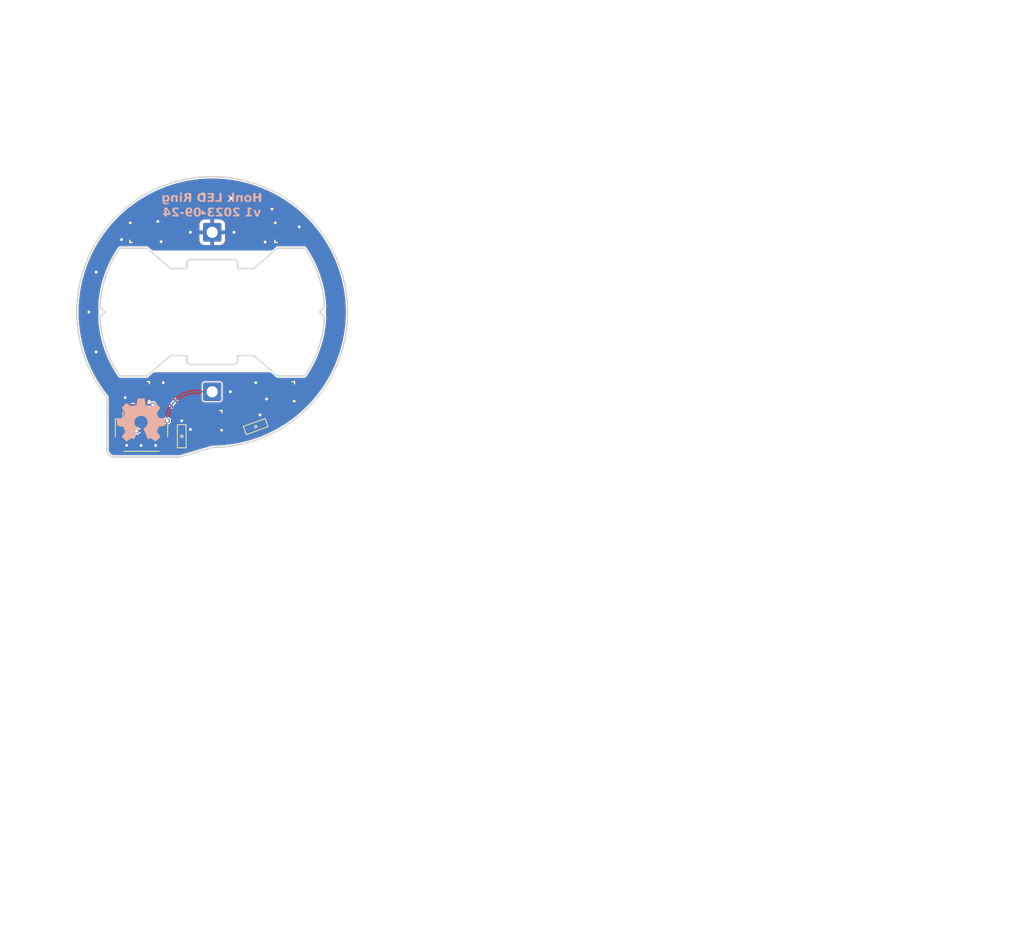
<source format=kicad_pcb>
(kicad_pcb (version 20221018) (generator pcbnew)
  (title_block (title "Honk LED Ring") (date "2023-09-24") (rev "v1") (company "Winterbloom") (comment 1 "Alethea Flowers") (comment 2 "CERN-OHL-P v2") (comment 3 "honk2.wntr.dev"))
  (layers (0 "F.Cu" signal) (31 "B.Cu" signal) (34 "B.Paste" user) (35 "F.Paste" user) (36 "B.SilkS" user "B.Silkscreen") (37 "F.SilkS" user "F.Silkscreen") (38 "B.Mask" user) (39 "F.Mask" user) (44 "Edge.Cuts" user))
  (net 0 "")
  (net 1 "GND")
  (net 2 "Net-(D1-CKO)")
  (net 3 "Net-(D1-SDO)")
  (net 4 "+3V3")
  (net 5 "Net-(D2-CKO)")
  (net 6 "Net-(D2-SDO)")
  (net 7 "Net-(D3-CKO)")
  (net 8 "Net-(D3-SDO)")
  (net 9 "Net-(D4-CKO)")
  (net 10 "Net-(D4-SDO)")
  (net 11 "Net-(D1-CKI)")
  (net 12 "Net-(D1-SDI)")
  (net 15 "/BUTTON_DOTSTAR_DATA")
  (net 16 "/BUTTON_DOTSTAR_CLK")
  (net 17 "/BIG_BUTTON")
  (footprint "winterbloom:LED-APA102-2020" (layer "F.Cu") (at 46 91.000017 180)
    (fp_text reference "D6" hide)
    (fp_text value "APA102-2020")
    (fp_line (start -1.35 1.1) (end -1.35 1.4) (stroke (width 0.2)) (layer "F.SilkS"))
    (fp_line (start -1.35 1.4) (end -1.05 1.4) (stroke (width 0.2)) (layer "F.SilkS"))
    (fp_circle (center -1.3 -1.3) (end -1.158579 -1.3) (stroke (width 0.12)) (fill solid) (layer "F.SilkS"))
    (pad "1" smd rect (at -0.75 -0.87 180) (size 0.7 0.55) (layers "F.Cu" "F.Paste" "F.Mask") (net 4 "+3V3"))
    (pad "1" smd rect (at 0 -0.795 180) (size 0.3 0.7) (layers "F.Cu" "F.Paste" "F.Mask") (net 4 "+3V3"))
    (pad "2" smd rect (at -0.75 0 180) (size 0.7 0.55) (layers "F.Cu" "F.Paste" "F.Mask") (net 11 "Net-(D1-CKI)"))
    (pad "3" smd rect (at -0.75 0.87 180) (size 0.7 0.55) (layers "F.Cu" "F.Paste" "F.Mask") (net 12 "Net-(D1-SDI)"))
    (pad "4" smd rect (at 0.75 0.87 180) (size 0.7 0.55) (layers "F.Cu" "F.Paste" "F.Mask") (net 15 "/BUTTON_DOTSTAR_DATA"))
    (pad "5" smd rect (at 0.75 0 180) (size 0.7 0.55) (layers "F.Cu" "F.Paste" "F.Mask") (net 16 "/BUTTON_DOTSTAR_CLK"))
    (pad "6" smd rect (at 0 0.795 180) (size 0.3 0.7) (layers "F.Cu" "F.Paste" "F.Mask") (net 1 "GND"))
    (pad "6" smd rect (at 0.75 -0.87 180) (size 0.7 0.55) (layers "F.Cu" "F.Paste" "F.Mask") (net 1 "GND"))
  )
  (footprint "winterbloom:LED-APA102-2020" (layer "F.Cu") (at 56 65.000017)
    (fp_text reference "D4" hide)
    (fp_text value "APA102-2020")
    (fp_line (start -1.35 1.1) (end -1.35 1.4) (stroke (width 0.2)) (layer "F.SilkS"))
    (fp_line (start -1.35 1.4) (end -1.05 1.4) (stroke (width 0.2)) (layer "F.SilkS"))
    (fp_circle (center -1.3 -1.3) (end -1.158579 -1.3) (stroke (width 0.12)) (fill solid) (layer "F.SilkS"))
    (pad "1" smd rect (at -0.75 -0.87) (size 0.7 0.55) (layers "F.Cu" "F.Paste" "F.Mask") (net 4 "+3V3"))
    (pad "1" smd rect (at 0 -0.795) (size 0.3 0.7) (layers "F.Cu" "F.Paste" "F.Mask") (net 4 "+3V3"))
    (pad "2" smd rect (at -0.75 0) (size 0.7 0.55) (layers "F.Cu" "F.Paste" "F.Mask") (net 9 "Net-(D4-CKO)"))
    (pad "3" smd rect (at -0.75 0.87) (size 0.7 0.55) (layers "F.Cu" "F.Paste" "F.Mask") (net 10 "Net-(D4-SDO)"))
    (pad "4" smd rect (at 0.75 0.87) (size 0.7 0.55) (layers "F.Cu" "F.Paste" "F.Mask") (net 8 "Net-(D3-SDO)"))
    (pad "5" smd rect (at 0.75 0) (size 0.7 0.55) (layers "F.Cu" "F.Paste" "F.Mask") (net 7 "Net-(D3-CKO)"))
    (pad "6" smd rect (at 0 0.795) (size 0.3 0.7) (layers "F.Cu" "F.Paste" "F.Mask") (net 1 "GND"))
    (pad "6" smd rect (at 0.75 -0.87) (size 0.7 0.55) (layers "F.Cu" "F.Paste" "F.Mask") (net 1 "GND"))
  )
  (footprint "winterbloom:LED-APA102-2020" (layer "F.Cu") (at 56 95.000017 180)
    (fp_text reference "D1" hide)
    (fp_text value "APA102-2020")
    (fp_line (start -1.35 1.1) (end -1.35 1.4) (stroke (width 0.2)) (layer "F.SilkS"))
    (fp_line (start -1.35 1.4) (end -1.05 1.4) (stroke (width 0.2)) (layer "F.SilkS"))
    (fp_circle (center -1.3 -1.3) (end -1.158579 -1.3) (stroke (width 0.12)) (fill solid) (layer "F.SilkS"))
    (pad "1" smd rect (at -0.75 -0.87 180) (size 0.7 0.55) (layers "F.Cu" "F.Paste" "F.Mask") (net 4 "+3V3"))
    (pad "1" smd rect (at 0 -0.795 180) (size 0.3 0.7) (layers "F.Cu" "F.Paste" "F.Mask") (net 4 "+3V3"))
    (pad "2" smd rect (at -0.75 0 180) (size 0.7 0.55) (layers "F.Cu" "F.Paste" "F.Mask") (net 2 "Net-(D1-CKO)"))
    (pad "3" smd rect (at -0.75 0.87 180) (size 0.7 0.55) (layers "F.Cu" "F.Paste" "F.Mask") (net 3 "Net-(D1-SDO)"))
    (pad "4" smd rect (at 0.75 0.87 180) (size 0.7 0.55) (layers "F.Cu" "F.Paste" "F.Mask") (net 12 "Net-(D1-SDI)"))
    (pad "5" smd rect (at 0.75 0 180) (size 0.7 0.55) (layers "F.Cu" "F.Paste" "F.Mask") (net 11 "Net-(D1-CKI)"))
    (pad "6" smd rect (at 0 0.795 180) (size 0.3 0.7) (layers "F.Cu" "F.Paste" "F.Mask") (net 1 "GND"))
    (pad "6" smd rect (at 0.75 -0.87 180) (size 0.7 0.55) (layers "F.Cu" "F.Paste" "F.Mask") (net 1 "GND"))
  )
  (footprint "Connector_Wire:SolderWire-0.75sqmm_1x01_D1.25mm_OD2.3mm" (layer "F.Cu") (at 56 69.000017)
    (fp_text reference "J3" hide)
    (fp_text value "BUTTON")
    (pad "1" thru_hole roundrect (at 0 0) (size 2.55 2.55) (drill 1.55) (layers "*.Cu" "*.Mask") (roundrect_rratio 0.09803882353) (net 1 "GND"))
  )
  (footprint "winterbloom:LED-APA102-2020" (layer "F.Cu") (at 66 91.000017 180)
    (fp_text reference "D2" hide)
    (fp_text value "APA102-2020")
    (fp_line (start -1.35 1.1) (end -1.35 1.4) (stroke (width 0.2)) (layer "F.SilkS"))
    (fp_line (start -1.35 1.4) (end -1.05 1.4) (stroke (width 0.2)) (layer "F.SilkS"))
    (fp_circle (center -1.3 -1.3) (end -1.158579 -1.3) (stroke (width 0.12)) (fill solid) (layer "F.SilkS"))
    (pad "1" smd rect (at -0.75 -0.87 180) (size 0.7 0.55) (layers "F.Cu" "F.Paste" "F.Mask") (net 4 "+3V3"))
    (pad "1" smd rect (at 0 -0.795 180) (size 0.3 0.7) (layers "F.Cu" "F.Paste" "F.Mask") (net 4 "+3V3"))
    (pad "2" smd rect (at -0.75 0 180) (size 0.7 0.55) (layers "F.Cu" "F.Paste" "F.Mask") (net 5 "Net-(D2-CKO)"))
    (pad "3" smd rect (at -0.75 0.87 180) (size 0.7 0.55) (layers "F.Cu" "F.Paste" "F.Mask") (net 6 "Net-(D2-SDO)"))
    (pad "4" smd rect (at 0.75 0.87 180) (size 0.7 0.55) (layers "F.Cu" "F.Paste" "F.Mask") (net 3 "Net-(D1-SDO)"))
    (pad "5" smd rect (at 0.75 0 180) (size 0.7 0.55) (layers "F.Cu" "F.Paste" "F.Mask") (net 2 "Net-(D1-CKO)"))
    (pad "6" smd rect (at 0 0.795 180) (size 0.3 0.7) (layers "F.Cu" "F.Paste" "F.Mask") (net 1 "GND"))
    (pad "6" smd rect (at 0.75 -0.87 180) (size 0.7 0.55) (layers "F.Cu" "F.Paste" "F.Mask") (net 1 "GND"))
  )
  (footprint "winterbloom:LED-APA102-2020" (layer "F.Cu") (at 66 69.000017)
    (fp_text reference "D3" hide)
    (fp_text value "APA102-2020")
    (fp_line (start -1.35 1.1) (end -1.35 1.4) (stroke (width 0.2)) (layer "F.SilkS"))
    (fp_line (start -1.35 1.4) (end -1.05 1.4) (stroke (width 0.2)) (layer "F.SilkS"))
    (fp_circle (center -1.3 -1.3) (end -1.158579 -1.3) (stroke (width 0.12)) (fill solid) (layer "F.SilkS"))
    (pad "1" smd rect (at -0.75 -0.87) (size 0.7 0.55) (layers "F.Cu" "F.Paste" "F.Mask") (net 4 "+3V3"))
    (pad "1" smd rect (at 0 -0.795) (size 0.3 0.7) (layers "F.Cu" "F.Paste" "F.Mask") (net 4 "+3V3"))
    (pad "2" smd rect (at -0.75 0) (size 0.7 0.55) (layers "F.Cu" "F.Paste" "F.Mask") (net 7 "Net-(D3-CKO)"))
    (pad "3" smd rect (at -0.75 0.87) (size 0.7 0.55) (layers "F.Cu" "F.Paste" "F.Mask") (net 8 "Net-(D3-SDO)"))
    (pad "4" smd rect (at 0.75 0.87) (size 0.7 0.55) (layers "F.Cu" "F.Paste" "F.Mask") (net 6 "Net-(D2-SDO)"))
    (pad "5" smd rect (at 0.75 0) (size 0.7 0.55) (layers "F.Cu" "F.Paste" "F.Mask") (net 5 "Net-(D2-CKO)"))
    (pad "6" smd rect (at 0 0.795) (size 0.3 0.7) (layers "F.Cu" "F.Paste" "F.Mask") (net 1 "GND"))
    (pad "6" smd rect (at 0.75 -0.87) (size 0.7 0.55) (layers "F.Cu" "F.Paste" "F.Mask") (net 1 "GND"))
  )
  (footprint "Connector_JST:JST_SH_SM05B-SRSS-TB_1x05-1MP_P1.00mm_Horizontal" (layer "F.Cu") (at 46.25 96.525017)
    (fp_text reference "J1" hide)
    (fp_text value "Big button" hide)
    (fp_line (start -3.61 -1.785) (end -2.56 -1.785) (stroke (width 0.12)) (layer "F.SilkS"))
    (fp_line (start -3.61 0.715) (end -3.61 -1.785) (stroke (width 0.12)) (layer "F.SilkS"))
    (fp_line (start -2.56 -1.785) (end -2.56 -2.775) (stroke (width 0.12)) (layer "F.SilkS"))
    (fp_line (start -2.44 2.685) (end 2.44 2.685) (stroke (width 0.12)) (layer "F.SilkS"))
    (fp_line (start 3.61 -1.785) (end 2.56 -1.785) (stroke (width 0.12)) (layer "F.SilkS"))
    (fp_line (start 3.61 0.715) (end 3.61 -1.785) (stroke (width 0.12)) (layer "F.SilkS"))
    (pad "1" smd roundrect (at -2 -2) (size 0.6 1.55) (layers "F.Cu" "F.Paste" "F.Mask") (net 4 "+3V3"))
    (pad "2" smd roundrect (at -1 -2) (size 0.6 1.55) (layers "F.Cu" "F.Paste" "F.Mask") (net 15 "/BUTTON_DOTSTAR_DATA"))
    (pad "3" smd roundrect (at 0 -2) (size 0.6 1.55) (layers "F.Cu" "F.Paste" "F.Mask") (net 16 "/BUTTON_DOTSTAR_CLK"))
    (pad "4" smd roundrect (at 1 -2) (size 0.6 1.55) (layers "F.Cu" "F.Paste" "F.Mask") (net 17 "/BIG_BUTTON"))
    (pad "5" smd roundrect (at 2 -2) (size 0.6 1.55) (layers "F.Cu" "F.Paste" "F.Mask") (net 1 "GND"))
    (pad "MP" smd roundrect (at -3.3 1.875) (size 1.2 1.8) (layers "F.Cu" "F.Paste" "F.Mask") (roundrect_rratio 0.2083333333) (net 1 "GND"))
    (pad "MP" smd roundrect (at 3.3 1.875) (size 1.2 1.8) (layers "F.Cu" "F.Paste" "F.Mask") (roundrect_rratio 0.2083333333) (net 1 "GND"))
  )
  (footprint "winterbloom:C_0603_HandSolder" (layer "F.Cu") (at 62 95.800017 20)
    (fp_text reference "C2" hide)
    (fp_text value "100n")
    (fp_line (start -0.1 0) (end -0.2 0) (stroke (width 0.12)) (layer "F.SilkS"))
    (fp_line (start -0.1 0.2) (end -0.1 -0.2) (stroke (width 0.12)) (layer "F.SilkS"))
    (fp_line (start 0.1 -0.2) (end 0.1 0.2) (stroke (width 0.12)) (layer "F.SilkS"))
    (fp_line (start 0.1 0) (end 0.2 0) (stroke (width 0.12)) (layer "F.SilkS"))
    (fp_rect (start -1.6 -0.6) (end 1.6 0.6) (stroke (width 0.12)) (fill none) (layer "F.SilkS"))
    (pad "1" smd roundrect (at -0.8625 0 20) (size 1.075 0.95) (layers "F.Cu" "F.Paste" "F.Mask") (net 4 "+3V3"))
    (pad "2" smd roundrect (at 0.8625 0 20) (size 1.075 0.95) (layers "F.Cu" "F.Paste" "F.Mask") (net 1 "GND"))
  )
  (footprint "winterbloom:LED-APA102-2020" (layer "F.Cu") (at 46 69.000017)
    (fp_text reference "D5" hide)
    (fp_text value "APA102-2020")
    (fp_line (start -1.35 1.1) (end -1.35 1.4) (stroke (width 0.2)) (layer "F.SilkS"))
    (fp_line (start -1.35 1.4) (end -1.05 1.4) (stroke (width 0.2)) (layer "F.SilkS"))
    (fp_circle (center -1.3 -1.3) (end -1.158579 -1.3) (stroke (width 0.12)) (fill solid) (layer "F.SilkS"))
    (pad "1" smd rect (at -0.75 -0.87) (size 0.7 0.55) (layers "F.Cu" "F.Paste" "F.Mask") (net 4 "+3V3"))
    (pad "1" smd rect (at 0 -0.795) (size 0.3 0.7) (layers "F.Cu" "F.Paste" "F.Mask") (net 4 "+3V3"))
    (pad "2" smd rect (at -0.75 0) (size 0.7 0.55) (layers "F.Cu" "F.Paste" "F.Mask"))
    (pad "3" smd rect (at -0.75 0.87) (size 0.7 0.55) (layers "F.Cu" "F.Paste" "F.Mask"))
    (pad "4" smd rect (at 0.75 0.87) (size 0.7 0.55) (layers "F.Cu" "F.Paste" "F.Mask") (net 10 "Net-(D4-SDO)"))
    (pad "5" smd rect (at 0.75 0) (size 0.7 0.55) (layers "F.Cu" "F.Paste" "F.Mask") (net 9 "Net-(D4-CKO)"))
    (pad "6" smd rect (at 0 0.795) (size 0.3 0.7) (layers "F.Cu" "F.Paste" "F.Mask") (net 1 "GND"))
    (pad "6" smd rect (at 0.75 -0.87) (size 0.7 0.55) (layers "F.Cu" "F.Paste" "F.Mask") (net 1 "GND"))
  )
  (footprint "winterbloom:C_0603_HandSolder" (layer "F.Cu") (at 51.8 97.137517 90)
    (fp_text reference "C1" hide)
    (fp_text value "10u")
    (fp_line (start -0.1 0) (end -0.2 0) (stroke (width 0.12)) (layer "F.SilkS"))
    (fp_line (start -0.1 0.2) (end -0.1 -0.2) (stroke (width 0.12)) (layer "F.SilkS"))
    (fp_line (start 0.1 -0.2) (end 0.1 0.2) (stroke (width 0.12)) (layer "F.SilkS"))
    (fp_line (start 0.1 0) (end 0.2 0) (stroke (width 0.12)) (layer "F.SilkS"))
    (fp_rect (start -1.6 -0.6) (end 1.6 0.6) (stroke (width 0.12)) (fill none) (layer "F.SilkS"))
    (pad "1" smd roundrect (at -0.8625 0 90) (size 1.075 0.95) (layers "F.Cu" "F.Paste" "F.Mask") (net 4 "+3V3"))
    (pad "2" smd roundrect (at 0.8625 0 90) (size 1.075 0.95) (layers "F.Cu" "F.Paste" "F.Mask") (net 1 "GND"))
  )
  (footprint "Connector_Wire:SolderWire-0.75sqmm_1x01_D1.25mm_OD2.3mm" (layer "F.Cu") (at 56 91.000017)
    (fp_text reference "J2" hide)
    (fp_text value "BUTTON")
    (pad "1" thru_hole roundrect (at 0 0) (size 2.55 2.55) (drill 1.55) (layers "*.Cu" "*.Mask") (roundrect_rratio 0.09803882353) (net 17 "/BIG_BUTTON"))
  )
  (footprint "Symbol:OSHW-Symbol_6.7x6mm_SilkScreen" (layer "B.Cu") (at 46.2 94.900017 180)
    (fp_text reference "REF**" hide)
    (fp_text value "OSHW-Symbol_6.7x6mm_SilkScreen" hide)
    (fp_poly (pts (xy 0.555814 2.531069) (xy 0.639635 2.086445) (xy 0.94892 1.958947) (xy 1.258206 1.831449) (xy 1.629246 2.083754) (xy 1.733157 2.154004) (xy 1.827087 2.216728) (xy 1.906652 2.269062) (xy 1.96747 2.308143) (xy 2.005157 2.331107) (xy 2.015421 2.336058) (xy 2.03391 2.323324) (xy 2.07342 2.288118) (xy 2.129522 2.234938) (xy 2.197787 2.168282) (xy 2.273786 2.092646) (xy 2.353092 2.012528) (xy 2.431275 1.932426) (xy 2.503907 1.856836) (xy 2.566559 1.790255) (xy 2.614803 1.737182) (xy 2.64421 1.702113) (xy 2.651241 1.690377) (xy 2.641123 1.66874) (xy 2.612759 1.621338) (xy 2.569129 1.552807) (xy 2.513218 1.467785) (xy 2.448006 1.370907) (xy 2.410219 1.31565) (xy 2.341343 1.214752) (xy 2.28014 1.123701) (xy 2.229578 1.04703) (xy 2.192628 0.989272) (xy 2.172258 0.954957) (xy 2.169197 0.947746) (xy 2.176136 0.927252) (xy 2.195051 0.879487) (xy 2.223087 0.811168) (xy 2.257391 0.729011) (xy 2.295109 0.63973) (xy 2.333387 0.550042) (xy 2.36937 0.466662) (xy 2.400206 0.396306) (xy 2.423039 0.34569) (xy 2.435017 0.321529) (xy 2.435724 0.320578) (xy 2.454531 0.315964) (xy 2.504618 0.305672) (xy 2.580793 0.290713) (xy 2.677865 0.272099) (xy 2.790643 0.250841) (xy 2.856442 0.238582) (xy 2.97695 0.215638) (xy 3.085797 0.193805) (xy 3.177476 0.174278) (xy 3.246481 0.158252) (xy 3.287304 0.146921) (xy 3.295511 0.143326) (xy 3.303548 0.118994) (xy 3.310033 0.064041) (xy 3.31497 -0.015108) (xy 3.318364 -0.112026) (xy 3.320218 -0.220287) (xy 3.320538 -0.333465) (xy 3.319327 -0.445135) (xy 3.31659 -0.548868) (xy 3.312331 -0.638241) (xy 3.306555 -0.706826) (xy 3.299267 -0.748197) (xy 3.294895 -0.75681) (xy 3.268764 -0.767133) (xy 3.213393 -0.781892) (xy 3.136107 -0.799352) (xy 3.04423 -0.81778) (xy 3.012158 -0.823741) (xy 2.857524 -0.852066) (xy 2.735375 -0.874876) (xy 2.641673 -0.89308) (xy 2.572384 -0.907583) (xy 2.523471 -0.919292) (xy 2.490897 -0.929115) (xy 2.470628 -0.937956) (xy 2.458626 -0.946724) (xy 2.456947 -0.948457) (xy 2.440184 -0.976371) (xy 2.414614 -1.030695) (xy 2.382788 -1.104777) (xy 2.34726 -1.191965) (xy 2.310583 -1.285608) (xy 2.275311 -1.379052) (xy 2.243996 -1.465647) (xy 2.219193 -1.53874) (xy 2.203454 -1.591678) (xy 2.199332 -1.617811) (xy 2.199676 -1.618726) (xy 2.213641 -1.640086) (xy 2.245322 -1.687084) (xy 2.291391 -1.754827) (xy 2.348518 -1.838423) (xy 2.413373 -1.932982) (xy 2.431843 -1.959854) (xy 2.497699 -2.057275) (xy 2.55565 -2.146163) (xy 2.602538 -2.221412) (xy 2.635207 -2.27792) (xy 2.6505 -2.310581) (xy 2.651241 -2.314593) (xy 2.638392 -2.335684) (xy 2.602888 -2.377464) (xy 2.549293 -2.435445) (xy 2.482171 -2.505135) (xy 2.406087 -2.582045) (xy 2.325604 -2.661683) (xy 2.245287 -2.739561) (xy 2.169699 -2.811186) (xy 2.103405 -2.87207) (xy 2.050969 -2.917721) (xy 2.016955 -2.94365) (xy 2.007545 -2.947883) (xy 1.985643 -2.937912) (xy 1.9408 -2.91102) (xy 1.880321 -2.871736) (xy 1.833789 -2.840117) (xy 1.749475 -2.782098) (xy 1.649626 -2.713784) (xy 1.549473 -2.645579) (xy 1.495627 -2.609075) (xy 1.313371 -2.4858) (xy 1.160381 -2.56852) (xy 1.090682 -2.604759) (xy 1.031414 -2.632926) (xy 0.991311 -2.648991) (xy 0.981103 -2.651226) (xy 0.968829 -2.634722) (xy 0.944613 -2.588082) (xy 0.910263 -2.515609) (xy 0.867588 -2.421606) (xy 0.818394 -2.310374) (xy 0.76449 -2.186215) (xy 0.707684 -2.053432) (xy 0.649782 -1.916327) (xy 0.592593 -1.779202) (xy 0.537924 -1.646358) (xy 0.487584 -1.522098) (xy 0.44338 -1.410725) (xy 0.407119 -1.316539) (xy 0.380609 -1.243844) (xy 0.365658 -1.196941) (xy 0.363254 -1.180833) (xy 0.382311 -1.160286) (xy 0.424036 -1.126933) (xy 0.479706 -1.087702) (xy 0.484378 -1.084599) (xy 0.628264 -0.969423) (xy 0.744283 -0.835053) (xy 0.83143 -0.685784) (xy 0.888699 -0.525913) (xy 0.915086 -0.359737) (xy 0.909585 -0.191552) (xy 0.87119 -0.025655) (xy 0.798895 0.133658) (xy 0.777626 0.168513) (xy 0.666996 0.309263) (xy 0.536302 0.422286) (xy 0.390064 0.506997) (xy 0.232808 0.562806) (xy 0.069057 0.589126) (xy -0.096667 0.58537) (xy -0.259838 0.55095) (xy -0.415935 0.485277) (xy -0.560433 0.387765) (xy -0.605131 0.348187) (xy -0.718888 0.224297) (xy -0.801782 0.093876) (xy -0.858644 -0.052315) (xy -0.890313 -0.197088) (xy -0.898131 -0.35986) (xy -0.872062 -0.52344) (xy -0.814755 -0.682298) (xy -0.728856 -0.830906) (xy -0.617014 -0.963735) (xy -0.481877 -1.075256) (xy -0.464117 -1.087011) (xy -0.40785 -1.125508) (xy -0.365077 -1.158863) (xy -0.344628 -1.18016) (xy -0.344331 -1.180833) (xy -0.348721 -1.203871) (xy -0.366124 -1.256157) (xy -0.394732 -1.33339) (xy -0.432735 -1.431268) (xy -0.478326 -1.545491) (xy -0.529697 -1.671758) (xy -0.585038 -1.805767) (xy -0.642542 -1.943218) (xy -0.700399 -2.079808) (xy -0.756802 -2.211237) (xy -0.809942 -2.333205) (xy -0.85801 -2.441409) (xy -0.899199 -2.531549) (xy -0.931699 -2.599323) (xy -0.953703 -2.64043) (xy -0.962564 -2.651226) (xy -0.98964 -2.642819) (xy -1.040303 -2.620272) (xy -1.105817 -2.587613) (xy -1.141841 -2.56852) (xy -1.294832 -2.4858) (xy -1.477088 -2.609075) (xy -1.570125 -2.672228) (xy -1.671985 -2.741727) (xy -1.767438 -2.807165) (xy -1.81525 -2.840117) (xy -1.882495 -2.885273) (xy -1.939436 -2.921057) (xy -1.978646 -2.942938) (xy -1.991381 -2.947563) (xy -2.009917 -2.935085) (xy -2.050941 -2.900252) (xy -2.110475 -2.846678) (xy -2.184542 -2.777983) (xy -2.269165 -2.697781) (xy -2.322685 -2.646286) (xy -2.416319 -2.554286) (xy -2.497241 -2.471999) (xy -2.562177 -2.402945) (xy -2.607858 -2.350644) (xy -2.631011 -2.318616) (xy -2.633232 -2.312116) (xy -2.622924 -2.287394) (xy -2.594439 -2.237405) (xy -2.550937 -2.167212) (xy -2.495577 -2.081875) (xy -2.43152 -1.986456) (xy -2.413303 -1.959854) (xy -2.346927 -1.863167) (xy -2.287378 -1.776117) (xy -2.237984 -1.703595) (xy -2.202075 -1.650493) (xy -2.182981 -1.621703) (xy -2.181136 -1.618726) (xy -2.183895 -1.595782) (xy -2.198538 -1.545336) (xy -2.222513 -1.474041) (xy -2.253266 -1.388547) (xy -2.288244 -1.295507) (xy -2.324893 -1.201574) (xy -2.360661 -1.113399) (xy -2.392994 -1.037634) (xy -2.419338 -0.980931) (xy -2.437142 -0.949943) (xy -2.438407 -0.948457) (xy -2.449294 -0.939601) (xy -2.467682 -0.930843) (xy -2.497606 -0.921277) (xy -2.543103 -0.909996) (xy -2.608209 -0.896093) (xy -2.696961 -0.878663) (xy -2.813393 -0.856798) (xy -2.961542 -0.829591) (xy -2.993618 -0.823741) (xy -3.088686 -0.805374) (xy -3.171565 -0.787405) (xy -3.23493 -0.771569) (xy -3.271458 -0.7596) (xy -3.276356 -0.75681) (xy -3.284427 -0.732072) (xy -3.290987 -0.67679) (xy -3.296033 -0.597389) (xy -3.299559 -0.500296) (xy -3.301561 -0.391938) (xy -3.302036 -0.27874) (xy -3.300977 -0.167128) (xy -3.298382 -0.063529) (xy -3.294246 0.025632) (xy -3.288563 0.093928) (xy -3.281331 0.134934) (xy -3.276971 0.143326) (xy -3.252698 0.151792) (xy -3.197426 0.165565) (xy -3.116662 0.18345) (xy -3.015912 0.204252) (xy -2.900683 0.226777) (xy -2.837902 0.238582) (xy -2.718787 0.260849) (xy -2.612565 0.281021) (xy -2.524427 0.298085) (xy -2.459566 0.311031) (xy -2.423174 0.318845) (xy -2.417184 0.320578) (xy -2.407061 0.34011) (xy -2.385662 0.387157) (xy -2.355839 0.454997) (xy -2.320445 0.536909) (xy -2.282332 0.626172) (xy -2.244353 0.716065) (xy -2.20936 0.799865) (xy -2.180206 0.870853) (xy -2.159743 0.922306) (xy -2.150823 0.947503) (xy -2.150657 0.948604) (xy -2.160769 0.968481) (xy -2.189117 1.014223) (xy -2.232723 1.081283) (xy -2.288606 1.165116) (xy -2.353787 1.261174) (xy -2.391679 1.31635) (xy -2.460725 1.417519) (xy -2.52205 1.50937) (xy -2.572663 1.587256) (xy -2.609571 1.646531) (xy -2.629782 1.682549) (xy -2.632701 1.690623) (xy -2.620153 1.709416) (xy -2.585463 1.749543) (xy -2.533063 1.806507) (xy -2.467384 1.875815) (xy -2.392856 1.952969) (xy -2.313913 2.033475) (xy -2.234983 2.112837) (xy -2.1605 2.18656) (xy -2.094894 2.250148) (xy -2.042596 2.299106) (xy -2.008039 2.328939) (xy -1.996478 2.336058) (xy -1.977654 2.326047) (xy -1.932631 2.297922) (xy -1.865787 2.254546) (xy -1.781499 2.198782) (xy -1.684144 2.133494) (xy -1.610707 2.083754) (xy -1.239667 1.831449) (xy -0.621095 2.086445) (xy -0.537275 2.531069) (xy -0.453454 2.975693) (xy 0.471994 2.975693) (xy 0.555814 2.531069)) (stroke (width 0.01)) (fill solid) (layer "B.SilkS"))
  )
  (gr_line (start 61.75 86.000017) (end 65 88.822772) (stroke (width 0.2)) (layer "Edge.Cuts"))
  (gr_line (start 65 71.177262) (end 68.743961 71.177262) (stroke (width 0.2)) (layer "Edge.Cuts"))
  (gr_arc (start 40.511762 79.396579) (mid 41.297836 75.09125) (end 43.256031 71.177268) (stroke (width 0.2)) (layer "Edge.Cuts"))
  (gr_line (start 59.5 74.000017) (end 61.75 74.000017) (stroke (width 0.2)) (layer "Edge.Cuts"))
  (gr_line (start 47 71.177262) (end 50.25 74.000017) (stroke (width 0.2)) (layer "Edge.Cuts"))
  (gr_line (start 59.5 86.750017) (end 59.5 86.000017) (stroke (width 0.2)) (layer "Edge.Cuts"))
  (gr_arc (start 52.5 73.250017) (mid 52.646447 72.896464) (end 53 72.750017) (stroke (width 0.2)) (layer "Edge.Cuts"))
  (gr_line (start 65 88.822772) (end 68.743961 88.822772) (stroke (width 0.2)) (layer "Edge.Cuts"))
  (gr_arc (start 68.743969 71.177271) (mid 70.70216 75.091253) (end 71.488238 79.396582) (stroke (width 0.2)) (layer "Edge.Cuts"))
  (gr_line (start 56 98.66817) (end 51.5 100.000017) (stroke (width 0.2)) (layer "Edge.Cuts"))
  (gr_arc (start 41.496099 91.753178) (mid 64.033994 63.149056) (end 56 98.66817) (stroke (width 0.2)) (layer "Edge.Cuts"))
  (gr_line (start 43.256021 71.177262) (end 47 71.177262) (stroke (width 0.2)) (layer "Edge.Cuts"))
  (gr_line (start 70.7516 79.997117) (end 71.488238 79.396582) (stroke (width 0.2)) (layer "Edge.Cuts"))
  (gr_line (start 50.25 86.000017) (end 52.5 86.000017) (stroke (width 0.2)) (layer "Edge.Cuts"))
  (gr_arc (start 59.5 86.750017) (mid 59.353553 87.10357) (end 59 87.250017) (stroke (width 0.2)) (layer "Edge.Cuts"))
  (gr_line (start 41.2516 79.997114) (end 40.511762 79.396579) (stroke (width 0.2)) (layer "Edge.Cuts"))
  (gr_arc (start 43.256216 88.822637) (mid 41.297127 84.905962) (end 40.511763 80.597649) (stroke (width 0.2)) (layer "Edge.Cuts"))
  (gr_arc (start 59 72.750017) (mid 59.353553 72.896464) (end 59.5 73.250017) (stroke (width 0.2)) (layer "Edge.Cuts"))
  (gr_line (start 70.7516 79.997117) (end 71.488238 80.597652) (stroke (width 0.2)) (layer "Edge.Cuts"))
  (gr_line (start 53 72.750017) (end 59 72.750017) (stroke (width 0.2)) (layer "Edge.Cuts"))
  (gr_line (start 41.5 99.000017) (end 41.496099 91.753178) (stroke (width 0.2)) (layer "Edge.Cuts"))
  (gr_line (start 52.5 86.000017) (end 52.5 86.750017) (stroke (width 0.2)) (layer "Edge.Cuts"))
  (gr_arc (start 53 87.250017) (mid 52.646447 87.10357) (end 52.5 86.750017) (stroke (width 0.2)) (layer "Edge.Cuts"))
  (gr_line (start 42.5 100.000017) (end 51.5 100.000017) (stroke (width 0.2)) (layer "Edge.Cuts"))
  (gr_line (start 61.75 74.000017) (end 65 71.177262) (stroke (width 0.2)) (layer "Edge.Cuts"))
  (gr_line (start 59.5 73.250017) (end 59.5 74.000017) (stroke (width 0.2)) (layer "Edge.Cuts"))
  (gr_line (start 50.25 74.000017) (end 52.5 74.000017) (stroke (width 0.2)) (layer "Edge.Cuts"))
  (gr_line (start 41.2516 79.997114) (end 40.511762 80.597649) (stroke (width 0.2)) (layer "Edge.Cuts"))
  (gr_arc (start 42.5 100.000017) (mid 41.792893 99.707124) (end 41.5 99.000017) (stroke (width 0.2)) (layer "Edge.Cuts"))
  (gr_line (start 43.256021 88.822772) (end 47 88.822772) (stroke (width 0.2)) (layer "Edge.Cuts"))
  (gr_line (start 52.5 74.000017) (end 52.5 73.250017) (stroke (width 0.2)) (layer "Edge.Cuts"))
  (gr_arc (start 71.488237 80.597652) (mid 70.702864 84.905962) (end 68.743784 88.82264) (stroke (width 0.2)) (layer "Edge.Cuts"))
  (gr_line (start 53 87.250017) (end 59 87.250017) (stroke (width 0.2)) (layer "Edge.Cuts"))
  (gr_line (start 59.5 86.000017) (end 61.75 86.000017) (stroke (width 0.2)) (layer "Edge.Cuts"))
  (gr_line (start 47 88.822772) (end 50.25 86.000017) (stroke (width 0.2)) (layer "Edge.Cuts"))
  (gr_text "${TITLE}\n${REVISION} ${ISSUE_DATE}" (at 55.9516 67.0199) (layer "B.SilkS") (effects (font (size 1.2 1.2) (thickness 0.15) bold) (justify bottom mirror)))
  (via (at 48.2 98.400017) (size 0.7) (drill 0.4) (layers "F.Cu" "B.Cu") (net 1))
  (via (at 40 74.500017) (size 0.7) (drill 0.4) (layers "F.Cu" "B.Cu") (net 1))
  (via (at 44.2 98.400017) (size 0.7) (drill 0.4) (layers "F.Cu" "B.Cu") (net 1))
  (via (at 62 89.750017) (size 0.7) (drill 0.4) (layers "F.Cu" "B.Cu") (net 1))
  (via (at 46.2 98.400017) (size 0.7) (drill 0.4) (layers "F.Cu" "B.Cu") (net 1))
  (via (at 43.5 70.000017) (size 0.7) (drill 0.4) (layers "F.Cu" "B.Cu") (net 1))
  (via (at 44 91.800017) (size 0.7) (drill 0.4) (layers "F.Cu" "B.Cu") (net 1))
  (via (at 58.5 91.000017) (size 0.7) (drill 0.4) (layers "F.Cu" "B.Cu") (net 1))
  (via (at 58.6 64.300017) (size 0.7) (drill 0.4) (layers "F.Cu" "B.Cu") (net 1))
  (via (at 53 96.200017) (size 0.7) (drill 0.4) (layers "F.Cu" "B.Cu") (net 1))
  (via (at 48.95 70.300017) (size 0.7) (drill 0.4) (layers "F.Cu" "B.Cu") (net 1))
  (via (at 51.8 95.000015) (size 0.7) (drill 0.4) (layers "F.Cu" "B.Cu") (net 1))
  (via (at 53 69.000017) (size 0.7) (drill 0.4) (layers "F.Cu" "B.Cu") (net 1))
  (via (at 39 80.000017) (size 0.7) (drill 0.4) (layers "F.Cu" "B.Cu") (net 1))
  (via (at 63.3 70.350017) (size 0.7) (drill 0.4) (layers "F.Cu" "B.Cu") (net 1))
  (via (at 64.25 65.800017) (size 0.7) (drill 0.4) (layers "F.Cu" "B.Cu") (net 1))
  (via (at 49.25 89.750017) (size 0.7) (drill 0.4) (layers "F.Cu" "B.Cu") (net 1))
  (via (at 62.6 94.200017) (size 0.7) (drill 0.4) (layers "F.Cu" "B.Cu") (net 1))
  (via (at 40 85.500017) (size 0.7) (drill 0.4) (layers "F.Cu" "B.Cu") (net 1))
  (via (at 48.5 67.500017) (size 0.7) (drill 0.4) (layers "F.Cu" "B.Cu") (net 1))
  (via (at 59 69.000017) (size 0.7) (drill 0.4) (layers "F.Cu" "B.Cu") (net 1))
  (via (at 63.5 92.000017) (size 0.7) (drill 0.4) (layers "F.Cu" "B.Cu") (net 1))
  (via (at 68 68.250017) (size 0.7) (drill 0.4) (layers "F.Cu" "B.Cu") (net 1))
  (segment (start 64.838079 91.000017) (end 65.15 91.000017) (width 0.2) (layer "F.Cu") (net 2))
  (segment (start 60.471598 93.499902) (end 61.6516 92.3199) (width 0.2) (layer "F.Cu") (net 2))
  (arc (start 61.6516 92.3199) (mid 63.113569 91.343044) (end 64.838079 91.000017) (width 0.2) (layer "F.Cu") (net 2))
  (arc (start 56.85 95.000017) (mid 58.809995 94.61015) (end 60.471598 93.499902) (width 0.2) (layer "F.Cu") (net 2))
  (segment (start 59.788756 92.882745) (end 60.8516 91.8199) (width 0.2) (layer "F.Cu") (net 3))
  (arc (start 60.8516 91.8199) (mid 62.756629 90.547) (end 65.003764 90.100017) (width 0.2) (layer "F.Cu") (net 3))
  (arc (start 56.85 94.100017) (mid 58.440443 93.783658) (end 59.788756 92.882745) (width 0.2) (layer "F.Cu") (net 3))
  (segment (start 51.8 98.000017) (end 54.894189 98.000017) (width 0.25) (layer "F.Cu") (net 4))
  (segment (start 61.189515 96.095009) (end 61.189515 95.189532) (width 0.25) (layer "F.Cu") (net 4))
  (segment (start 46.35 92.800017) (end 46.56782 92.800017) (width 0.25) (layer "F.Cu") (net 4))
  (segment (start 46 67.3715) (end 46 68.170017) (width 0.25) (layer "F.Cu") (net 4))
  (segment (start 65.1 92.9199) (end 66.430117 92.9199) (width 0.25) (layer "F.Cu") (net 4))
  (segment (start 65.15 68.100017) (end 65.15 67.050017) (width 0.25) (layer "F.Cu") (net 4))
  (segment (start 51.8 98.000017) (end 51.445161 98.000017) (width 0.25) (layer "F.Cu") (net 4))
  (segment (start 56.6516 62.7199) (end 55.630117 62.7199) (width 0.25) (layer "F.Cu") (net 4))
  (segment (start 48.178808 66.6199) (end 46.7516 66.6199) (width 0.25) (layer "F.Cu") (net 4))
  (segment (start 63.624392 92.9199) (end 65.1 92.9199) (width 0.25) (layer "F.Cu") (net 4))
  (segment (start 45.15 67.150017) (end 45.15 68.100017) (width 0.25) (layer "F.Cu") (net 4))
  (segment (start 57 96.600017) (end 57 96.050017) (width 0.2) (layer "F.Cu") (net 4))
  (segment (start 65.1 92.9199) (end 65.2516 92.9199) (width 0.25) (layer "F.Cu") (net 4))
  (segment (start 56 95.830017) (end 55.999994 96.540715) (width 0.25) (layer "F.Cu") (net 4))
  (segment (start 66 67.2715) (end 66 68.170017) (width 0.25) (layer "F.Cu") (net 4))
  (segment (start 60.065813 64.134113) (end 63.240971 67.309272) (width 0.25) (layer "F.Cu") (net 4))
  (segment (start 46.35 92.800017) (end 47.8 92.800017) (width 0.25) (layer "F.Cu") (net 4))
  (segment (start 55.1 63.250017) (end 55.1 64.050017) (width 0.25) (layer "F.Cu") (net 4))
  (segment (start 66.85 91.900017) (end 67.344362 91.900017) (width 0.25) (layer "F.Cu") (net 4))
  (segment (start 45.6 96.400017) (end 50.200027 96.400017) (width 0.25) (layer "F.Cu") (net 4))
  (segment (start 46.9 92.467837) (end 46.9 91.950017) (width 0.25) (layer "F.Cu") (net 4))
  (segment (start 44.25 94.525017) (end 44.25 95.050017) (width 0.25) (layer "F.Cu") (net 4))
  (segment (start 56.4 97.000017) (end 56.6 97.000017) (width 0.2) (layer "F.Cu") (net 4))
  (segment (start 69.999999 69.200018) (end 67.721717 66.921736) (width 0.25) (layer "F.Cu") (net 4))
  (segment (start 56 95.830017) (end 56 96.600017) (width 0.2) (layer "F.Cu") (net 4))
  (segment (start 46.7516 66.6199) (end 45.680117 66.6199) (width 0.25) (layer "F.Cu") (net 4))
  (segment (start 50.8 97.000017) (end 50.800006 97.354875) (width 0.25) (layer "F.Cu") (net 4))
  (segment (start 65.65 66.550017) (end 66.547425 66.550017) (width 0.25) (layer "F.Cu") (net 4))
  (segment (start 46 91.830017) (end 46 92.450017) (width 0.25) (layer "F.Cu") (net 4))
  (segment (start 56 63.371493) (end 56 64.170017) (width 0.25) (layer "F.Cu") (net 4))
  (segment (start 55.999994 96.540715) (end 55.99999 96.894228) (width 0.25) (layer "F.Cu") (net 4))
  (segment (start 61.15444 94.117059) (end 61.4516 93.8199) (width 0.25) (layer "F.Cu") (net 4))
  (segment (start 66.85 91.900017) (end 66.85 92.500017) (width 0.25) (layer "F.Cu") (net 4))
  (segment (start 55.15 64.100017) (end 54.262343 64.100017) (width 0.25) (layer "F.Cu") (net 4))
  (via (at 45.6 96.400017) (size 0.7) (drill 0.4) (layers "F.Cu" "B.Cu") (net 4))
  (via (at 47.8 92.800017) (size 0.7) (drill 0.4) (layers "F.Cu" "B.Cu") (net 4))
  (arc (start 69.999999 69.200018) (mid 73.681627 80.000017) (end 69.999999 90.800016) (width 0.25) (layer "F.Cu") (net 4))
  (arc (start 54.262343 64.100017) (mid 52.145864 64.52101) (end 50.3516 65.7199) (width 0.25) (layer "F.Cu") (net 4))
  (arc (start 50.200027 96.400017) (mid 50.624278 96.575751) (end 50.8 97.000017) (width 0.25) (layer "F.Cu") (net 4))
  (arc (start 44.25 95.050017) (mid 44.645406 96.004611) (end 45.6 96.400017) (width 0.25) (layer "F.Cu") (net 4))
  (arc (start 66.430117 92.9199) (mid 66.727019 92.796919) (end 66.85 92.500017) (width 0.25) (layer "F.Cu") (net 4))
  (arc (start 65.15 67.050017) (mid 65.296447 66.696464) (end 65.65 66.550017) (width 0.25) (layer "F.Cu") (net 4))
  (arc (start 57 96.050017) (mid 56.956066 95.943951) (end 56.85 95.900017) (width 0.2) (layer "F.Cu") (net 4))
  (arc (start 56 96.600017) (mid 56.117157 96.88286) (end 56.4 97.000017) (width 0.2) (layer "F.Cu") (net 4))
  (arc (start 55.630117 62.7199) (mid 55.255268 62.875168) (end 55.1 63.250017) (width 0.25) (layer "F.Cu") (net 4))
  (arc (start 61.4516 93.8199) (mid 62.448485 93.153803) (end 63.624392 92.9199) (width 0.25) (layer "F.Cu") (net 4))
  (arc (start 50.800006 97.354875) (mid 50.988972 97.811061) (end 51.445161 98.000017) (width 0.25) (layer "F.Cu") (net 4))
  (arc (start 61.189515 95.189532) (mid 61.018132 94.775777) (end 60.604377 94.604394) (width 0.25) (layer "F.Cu") (net 4))
  (arc (start 65.15 68.100017) (mid 64.116841 67.894509) (end 63.240971 67.309272) (width 0.25) (layer "F.Cu") (net 4))
  (arc (start 46.7516 66.6199) (mid 46.220139 66.840039) (end 46 67.3715) (width 0.25) (layer "F.Cu") (net 4))
  (arc (start 46 92.450017) (mid 46.102513 92.697504) (end 46.35 92.800017) (width 0.25) (layer "F.Cu") (net 4))
  (arc (start 45.680117 66.6199) (mid 45.305268 66.775168) (end 45.15 67.150017) (width 0.25) (layer "F.Cu") (net 4))
  (arc (start 50.3516 65.7199) (mid 49.354715 66.385997) (end 48.178808 66.6199) (width 0.25) (layer "F.Cu") (net 4))
  (arc (start 67.721717 66.921736) (mid 67.276624 66.624334) (end 66.7516 66.5199) (width 0.25) (layer "F.Cu") (net 4))
  (arc (start 56.85 95.900017) (mid 59.179546 95.436641) (end 61.15444 94.117059) (width 0.25) (layer "F.Cu") (net 4))
  (arc (start 66.547425 66.550017) (mid 66.549246 66.549263) (end 66.55 66.547442) (width 0.25) (layer "F.Cu") (net 4))
  (arc (start 67.344362 91.900017) (mid 68.781582 91.614137) (end 69.999999 90.800016) (width 0.25) (layer "F.Cu") (net 4))
  (arc (start 65.2516 92.9199) (mid 65.780799 92.700699) (end 66 92.1715) (width 0.25) (layer "F.Cu") (net 4))
  (arc (start 46.56782 92.800017) (mid 46.802707 92.702724) (end 46.9 92.467837) (width 0.25) (layer "F.Cu") (net 4))
  (arc (start 56.6516 62.7199) (mid 56.190847 62.910747) (end 56 63.371493) (width 0.25) (layer "F.Cu") (net 4))
  (arc (start 66.7516 66.5199) (mid 66.220139 66.740039) (end 66 67.2715) (width 0.25) (layer "F.Cu") (net 4))
  (arc (start 56.6 97.000017) (mid 56.882843 96.88286) (end 57 96.600017) (width 0.2) (layer "F.Cu") (net 4))
  (arc (start 54.894189 98.000017) (mid 55.676104 97.67614) (end 55.99999 96.894228) (width 0.25) (layer "F.Cu") (net 4))
  (arc (start 60.065813 64.134113) (mid 58.499359 63.087442) (end 56.6516 62.7199) (width 0.25) (layer "F.Cu") (net 4))
  (segment (start 44.2 94.000017) (end 44.2 95.000017) (width 0.25) (layer "B.Cu") (net 4))
  (segment (start 47.8 92.800017) (end 45.4 92.800017) (width 0.25) (layer "B.Cu") (net 4))
  (arc (start 45.4 92.800017) (mid 44.551472 93.151489) (end 44.2 94.000017) (width 0.25) (layer "B.Cu") (net 4))
  (arc (start 44.2 95.000017) (mid 44.610051 95.989966) (end 45.6 96.400017) (width 0.25) (layer "B.Cu") (net 4))
  (segment (start 66.85 91.000017) (end 68.264086 91.000017) (width 0.2) (layer "F.Cu") (net 5))
  (segment (start 66.85 69.000017) (end 68.151471 69.000017) (width 0.2) (layer "F.Cu") (net 5))
  (arc (start 69.599999 69.600017) (mid 73.120692 80.043178) (end 69.54739 90.468455) (width 0.2) (layer "F.Cu") (net 5))
  (arc (start 68.264086 91.000017) (mid 68.958605 90.861869) (end 69.54739 90.468455) (width 0.2) (layer "F.Cu") (net 5))
  (arc (start 68.151471 69.000017) (mid 68.935408 69.155952) (end 69.599999 69.600017) (width 0.2) (layer "F.Cu") (net 5))
  (segment (start 66.85 90.100017) (end 68.958579 90.100017) (width 0.2) (layer "F.Cu") (net 6))
  (segment (start 69.126006 69.903089) (end 66.857416 69.903089) (width 0.2) (layer "F.Cu") (net 6))
  (arc (start 68.958579 90.100017) (mid 69.089235 90.074028) (end 69.2 90.000017) (width 0.2) (layer "F.Cu") (net 6))
  (arc (start 69.126006 69.903089) (mid 72.560091 79.939043) (end 69.2 90.000017) (width 0.2) (layer "F.Cu") (net 6))
  (segment (start 62.558129 67.926429) (end 61.598688 66.966988) (width 0.2) (layer "F.Cu") (net 7))
  (arc (start 61.598688 66.966988) (mid 59.419972 65.511216) (end 56.85 65.000017) (width 0.2) (layer "F.Cu") (net 7))
  (arc (start 65.15 69.000017) (mid 63.74729 68.721001) (end 62.558129 67.926429) (width 0.2) (layer "F.Cu") (net 7))
  (segment (start 62.387418 68.755718) (end 61.2516 67.6199) (width 0.2) (layer "F.Cu") (net 8))
  (arc (start 65.15 69.900017) (mid 63.654901 69.602623) (end 62.387418 68.755718) (width 0.2) (layer "F.Cu") (net 8))
  (arc (start 61.2516 67.6199) (mid 59.346571 66.347) (end 57.099436 65.900017) (width 0.2) (layer "F.Cu") (net 8))
  (segment (start 50.9516 66.7199) (end 49.959466 67.712034) (width 0.2) (layer "F.Cu") (net 9))
  (arc (start 55.103764 65.000017) (mid 52.856629 65.447) (end 50.9516 66.7199) (width 0.2) (layer "F.Cu") (net 9))
  (arc (start 49.959466 67.712034) (mid 48.532831 68.665281) (end 46.85 69.000017) (width 0.2) (layer "F.Cu") (net 9))
  (segment (start 50.300888 68.470613) (end 51.260328 67.511172) (width 0.2) (layer "F.Cu") (net 10))
  (arc (start 46.85 69.900017) (mid 48.717607 69.528527) (end 50.300888 68.470613) (width 0.2) (layer "F.Cu") (net 10))
  (arc (start 51.260328 67.511172) (mid 53.044924 66.318743) (end 55.15 65.900017) (width 0.2) (layer "F.Cu") (net 10))
  (segment (start 49.55016 92.11846) (end 50.509601 93.077901) (width 0.2) (layer "F.Cu") (net 11))
  (arc (start 50.509601 93.077901) (mid 52.638634 94.500475) (end 55.15 95.000017) (width 0.2) (layer "F.Cu") (net 11))
  (arc (start 46.85 91.000017) (mid 48.311316 91.290691) (end 49.55016 92.11846) (width 0.2) (layer "F.Cu") (net 11))
  (segment (start 50.233003 91.501303) (end 51.192444 92.460743) (width 0.2) (layer "F.Cu") (net 12))
  (arc (start 50.233003 91.501303) (mid 48.680868 90.464199) (end 46.85 90.100017) (width 0.2) (layer "F.Cu") (net 12))
  (arc (start 55.15 94.100017) (mid 53.008186 93.673984) (end 51.192444 92.460743) (width 0.2) (layer "F.Cu") (net 12))
  (segment (start 43.5 90.100017) (end 45.15 90.100017) (width 0.2) (layer "F.Cu") (net 15))
  (segment (start 44.8 93.200017) (end 43.6 93.200017) (width 0.2) (layer "F.Cu") (net 15))
  (segment (start 42.8 92.400017) (end 42.8 90.800017) (width 0.2) (layer "F.Cu") (net 15))
  (segment (start 45.25 94.525017) (end 45.25 93.650017) (width 0.2) (layer "F.Cu") (net 15))
  (segment (start 43.6 93.200017) (end 42.8 92.400017) (width 0.2) (layer "F.Cu") (net 15))
  (segment (start 42.8 90.800017) (end 43.5 90.100017) (width 0.2) (layer "F.Cu") (net 15))
  (segment (start 45.25 93.650017) (end 44.8 93.200017) (width 0.2) (layer "F.Cu") (net 15))
  (segment (start 43.2 92.200017) (end 43.2 91.400017) (width 0.2) (layer "F.Cu") (net 16))
  (segment (start 46.25 93.850017) (end 45.2 92.800017) (width 0.2) (layer "F.Cu") (net 16))
  (segment (start 43.2 91.400017) (end 43.6 91.000017) (width 0.2) (layer "F.Cu") (net 16))
  (segment (start 46.25 94.525017) (end 46.25 93.850017) (width 0.2) (layer "F.Cu") (net 16))
  (segment (start 43.8 92.800017) (end 43.2 92.200017) (width 0.2) (layer "F.Cu") (net 16))
  (segment (start 43.6 91.000017) (end 45.15 91.000017) (width 0.2) (layer "F.Cu") (net 16))
  (segment (start 45.2 92.800017) (end 43.8 92.800017) (width 0.2) (layer "F.Cu") (net 16))
  (segment (start 49.8 95.000017) (end 49.8 95.200017) (width 0.2) (layer "F.Cu") (net 17))
  (segment (start 49.2 95.800017) (end 47.8 95.800017) (width 0.2) (layer "F.Cu") (net 17))
  (segment (start 47.25 94.525017) (end 47.25 95.250017) (width 0.2) (layer "F.Cu") (net 17))
  (via (at 49.8 95.000017) (size 0.7) (drill 0.4) (layers "F.Cu" "B.Cu") (net 17))
  (arc (start 49.8 95.200017) (mid 49.624264 95.624281) (end 49.2 95.800017) (width 0.2) (layer "F.Cu") (net 17))
  (arc (start 47.25 95.250017) (mid 47.411091 95.638926) (end 47.8 95.800017) (width 0.2) (layer "F.Cu") (net 17))
  (segment (start 56 91.000017) (end 53.799985 91.000017) (width 0.2) (layer "B.Cu") (net 17))
  (arc (start 53.799985 91.000017) (mid 50.971568 92.171585) (end 49.8 95.000017) (width 0.2) (layer "B.Cu") (net 17))
  (zone (net 1) (net_name "GND") (layers "F&B.Cu") (connect_pads thru_hole_only (clearance 0.17)) (min_thickness 0.25) (fill yes (thermal_gap 0.5) (thermal_bridge_width 0.5))
    (polygon (pts (xy 36 60.000017) (xy 76 60.000017) (xy 76 101.000017) (xy 36 101.000017)))
  )
  (zone (net 0) (net_name "") (layers "F&B.Cu" "Edge.Cuts") (connect_pads (clearance 0)) (min_thickness 0.25)
    (keepout (tracks not_allowed) (vias not_allowed) (pads not_allowed) (copperpour not_allowed) (footprints not_allowed))
    (fill (thermal_gap 0.5) (thermal_bridge_width 0.5))
    (polygon (pts (xy 40.311762 79.396579) (xy 71.688238 79.396582) (xy 71.688238 80.597652) (xy 40.311763 80.597649)))
  )
  (zone (net 0) (net_name "") (layers "F&B.Cu" "Edge.Cuts") (connect_pads (clearance 0)) (min_thickness 0.25)
    (keepout (tracks not_allowed) (vias not_allowed) (pads not_allowed) (copperpour not_allowed) (footprints not_allowed))
    (fill (thermal_gap 0.5) (thermal_bridge_width 0.5))
    (polygon (pts (xy 47.25 71.500017) (xy 65 71.500017) (xy 65 88.322772) (xy 47.25 88.322772)))
  )
)
</source>
